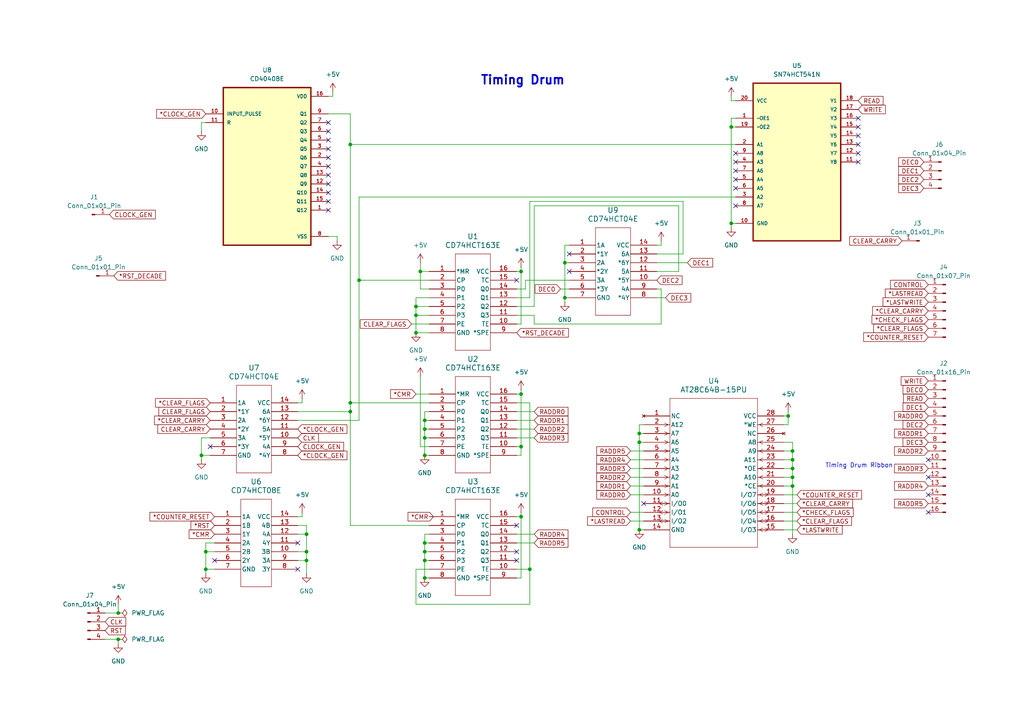
<source format=kicad_sch>
(kicad_sch (version 20231120) (generator "eeschema") (generator_version "8.0")
  (paper "A4")
  (lib_symbols
    (symbol "0_timing-drum:AT28C64B-15PU" (pin_names (offset 0.254))
      (property "Reference" "U" (at 20.32 10.16 0))
      (property "Value" "AT28C64B-15PU" (at 20.32 7.62 0))
      (symbol "AT28C64B-15PU_1_1"
        (pin no_connect line (at 0 0 0) (length 7.62) (name "NC") (number "1"))
        (pin input line (at 0 -22.86 0) (length 7.62) (name "A0") (number "10"))
        (pin bidirectional line (at 0 -25.4 0) (length 7.62) (name "I/O0") (number "11"))
        (pin bidirectional line (at 0 -27.94 0) (length 7.62) (name "I/O1") (number "12"))
        (pin bidirectional line (at 0 -30.48 0) (length 7.62) (name "I/O2") (number "13"))
        (pin power_in line (at 0 -33.02 0) (length 7.62) (name "GND") (number "14"))
        (pin bidirectional line (at 40.64 -33.02 180) (length 7.62) (name "I/O3") (number "15"))
        (pin bidirectional line (at 40.64 -30.48 180) (length 7.62) (name "I/O4") (number "16"))
        (pin bidirectional line (at 40.64 -27.94 180) (length 7.62) (name "I/O5") (number "17"))
        (pin bidirectional line (at 40.64 -25.4 180) (length 7.62) (name "I/O6") (number "18"))
        (pin bidirectional line (at 40.64 -22.86 180) (length 7.62) (name "I/O7") (number "19"))
        (pin input line (at 0 -2.54 0) (length 7.62) (name "A12") (number "2"))
        (pin input line (at 40.64 -20.32 180) (length 7.62) (name "*CE") (number "20"))
        (pin input line (at 40.64 -17.78 180) (length 7.62) (name "A10") (number "21"))
        (pin input line (at 40.64 -15.24 180) (length 7.62) (name "*OE") (number "22"))
        (pin input line (at 40.64 -12.7 180) (length 7.62) (name "A11") (number "23"))
        (pin input line (at 40.64 -10.16 180) (length 7.62) (name "A9") (number "24"))
        (pin input line (at 40.64 -7.62 180) (length 7.62) (name "A8") (number "25"))
        (pin no_connect line (at 40.64 -5.08 180) (length 7.62) (name "NC") (number "26"))
        (pin input line (at 40.64 -2.54 180) (length 7.62) (name "*WE") (number "27"))
        (pin power_in line (at 40.64 0 180) (length 7.62) (name "VCC") (number "28"))
        (pin input line (at 0 -5.08 0) (length 7.62) (name "A7") (number "3"))
        (pin input line (at 0 -7.62 0) (length 7.62) (name "A6") (number "4"))
        (pin input line (at 0 -10.16 0) (length 7.62) (name "A5") (number "5"))
        (pin input line (at 0 -12.7 0) (length 7.62) (name "A4") (number "6"))
        (pin input line (at 0 -15.24 0) (length 7.62) (name "A3") (number "7"))
        (pin input line (at 0 -17.78 0) (length 7.62) (name "A2") (number "8"))
        (pin input line (at 0 -20.32 0) (length 7.62) (name "A1") (number "9"))
      )
    )
    (symbol "0_timing-drum:CD4040BE" (pin_names (offset 1.016))
      (property "Reference" "U" (at -12.7 23.86 0))
      (property "Value" "CD4040BE" (at -12.7 -26.86 0))
      (symbol "CD4040BE_0_0"
        (pin output line (at 17.78 -12.7 180) (length 5.08) (name "Q12") (number "1"))
        (pin input line (at -17.78 15.24 0) (length 5.08) (name "INPUT_PULSE") (number "10"))
        (pin input line (at -17.78 12.7 0) (length 5.08) (name "R") (number "11"))
        (pin output line (at 17.78 -5.08 180) (length 5.08) (name "Q9") (number "12"))
        (pin output line (at 17.78 -2.54 180) (length 5.08) (name "Q8") (number "13"))
        (pin output line (at 17.78 -7.62 180) (length 5.08) (name "Q10") (number "14"))
        (pin output line (at 17.78 -10.16 180) (length 5.08) (name "Q11") (number "15"))
        (pin power_in line (at 17.78 20.32 180) (length 5.08) (name "VDD") (number "16"))
        (pin output line (at 17.78 2.54 180) (length 5.08) (name "Q6") (number "2"))
        (pin output line (at 17.78 5.08 180) (length 5.08) (name "Q5") (number "3"))
        (pin output line (at 17.78 0 180) (length 5.08) (name "Q7") (number "4"))
        (pin output line (at 17.78 7.62 180) (length 5.08) (name "Q4") (number "5"))
        (pin output line (at 17.78 10.16 180) (length 5.08) (name "Q3") (number "6"))
        (pin output line (at 17.78 12.7 180) (length 5.08) (name "Q2") (number "7"))
        (pin power_in line (at 17.78 -20.32 180) (length 5.08) (name "VSS") (number "8"))
        (pin output line (at 17.78 15.24 180) (length 5.08) (name "Q1") (number "9"))
      )
    )
    (symbol "0_timing-drum:CD74HCT04E" (pin_names (offset 0.254))
      (property "Reference" "U" (at 27.94 10.16 0))
      (property "Value" "CD74HCT04E" (at 27.94 7.62 0))
      (symbol "CD74HCT04E_0_1"
        (pin input line (at 15.24 0 0) (length 7.62) (name "1A") (number "1"))
        (pin output line (at 40.64 -10.16 180) (length 7.62) (name "*5Y") (number "10"))
        (pin input line (at 40.64 -7.62 180) (length 7.62) (name "5A") (number "11"))
        (pin output line (at 40.64 -5.08 180) (length 7.62) (name "*6Y") (number "12"))
        (pin input line (at 40.64 -2.54 180) (length 7.62) (name "6A") (number "13"))
        (pin power_in line (at 40.64 0 180) (length 7.62) (name "VCC") (number "14"))
        (pin output line (at 15.24 -2.54 0) (length 7.62) (name "*1Y") (number "2"))
        (pin input line (at 15.24 -5.08 0) (length 7.62) (name "2A") (number "3"))
        (pin output line (at 15.24 -7.62 0) (length 7.62) (name "*2Y") (number "4"))
        (pin input line (at 15.24 -10.16 0) (length 7.62) (name "3A") (number "5"))
        (pin output line (at 15.24 -12.7 0) (length 7.62) (name "*3Y") (number "6"))
        (pin power_in line (at 15.24 -15.24 0) (length 7.62) (name "GND") (number "7"))
        (pin output line (at 40.64 -15.24 180) (length 7.62) (name "*4Y") (number "8"))
        (pin input line (at 40.64 -12.7 180) (length 7.62) (name "4A") (number "9"))
      )
    )
    (symbol "0_timing-drum:CD74HCT08E" (pin_names (offset 0.254))
      (property "Reference" "U" (at 27.94 10.16 0))
      (property "Value" "CD74HCT08E" (at 27.94 7.62 0))
      (symbol "CD74HCT08E_0_1"
        (pin input line (at 13.97 0 0) (length 7.62) (name "1A") (number "1"))
        (pin input line (at 38.1 -10.16 180) (length 7.62) (name "3B") (number "10"))
        (pin output line (at 38.1 -7.62 180) (length 7.62) (name "4Y") (number "11"))
        (pin input line (at 38.1 -5.08 180) (length 7.62) (name "4A") (number "12"))
        (pin input line (at 38.1 -2.54 180) (length 7.62) (name "4B") (number "13"))
        (pin power_in line (at 38.1 0 180) (length 7.62) (name "VCC") (number "14"))
        (pin input line (at 13.97 -2.54 0) (length 7.62) (name "1B") (number "2"))
        (pin output line (at 13.97 -5.08 0) (length 7.62) (name "1Y") (number "3"))
        (pin input line (at 13.97 -7.62 0) (length 7.62) (name "2A") (number "4"))
        (pin input line (at 13.97 -10.16 0) (length 7.62) (name "2B") (number "5"))
        (pin output line (at 13.97 -12.7 0) (length 7.62) (name "2Y") (number "6"))
        (pin power_in line (at 13.97 -15.24 0) (length 7.62) (name "GND") (number "7"))
        (pin output line (at 38.1 -15.24 180) (length 7.62) (name "3Y") (number "8"))
        (pin input line (at 38.1 -12.7 180) (length 7.62) (name "3A") (number "9"))
      )
    )
    (symbol "0_timing-drum:CD74HCT163E" (pin_names (offset 0.254))
      (property "Reference" "U" (at 27.94 10.16 0))
      (property "Value" "CD74HCT163E" (at 27.94 7.62 0))
      (symbol "CD74HCT163E_0_1"
        (pin input line (at 15.24 0 0) (length 7.62) (name "*MR") (number "1"))
        (pin input line (at 40.64 -15.24 180) (length 7.62) (name "TE") (number "10"))
        (pin output line (at 40.64 -12.7 180) (length 7.62) (name "Q3") (number "11"))
        (pin output line (at 40.64 -10.16 180) (length 7.62) (name "Q2") (number "12"))
        (pin output line (at 40.64 -7.62 180) (length 7.62) (name "Q1") (number "13"))
        (pin output line (at 40.64 -5.08 180) (length 7.62) (name "Q0") (number "14"))
        (pin input line (at 40.64 -2.54 180) (length 7.62) (name "TC") (number "15"))
        (pin power_in line (at 40.64 0 180) (length 7.62) (name "VCC") (number "16"))
        (pin input line (at 15.24 -2.54 0) (length 7.62) (name "CP") (number "2"))
        (pin input line (at 15.24 -5.08 0) (length 7.62) (name "P0") (number "3"))
        (pin input line (at 15.24 -7.62 0) (length 7.62) (name "P1") (number "4"))
        (pin input line (at 15.24 -10.16 0) (length 7.62) (name "P2") (number "5"))
        (pin input line (at 15.24 -12.7 0) (length 7.62) (name "P3") (number "6"))
        (pin input line (at 15.24 -15.24 0) (length 7.62) (name "PE") (number "7"))
        (pin power_in line (at 15.24 -17.78 0) (length 7.62) (name "GND") (number "8"))
        (pin input line (at 40.64 -17.78 180) (length 7.62) (name "*SPE") (number "9"))
      )
    )
    (symbol "0_timing-drum:SN74HCT541N" (pin_names (offset 1.016))
      (property "Reference" "U" (at -4.9784 22.5044 0))
      (property "Value" "SN74HCT541N" (at -5.8166 -28.0924 0))
      (symbol "SN74HCT541N_0_0"
        (pin input line (at -17.78 10.16 0) (length 5.08) (name "~OE1") (number "1"))
        (pin passive line (at -17.78 -20.32 0) (length 5.08) (name "GND") (number "10"))
        (pin output line (at 17.78 -2.54 180) (length 5.08) (name "Y8") (number "11"))
        (pin output line (at 17.78 0 180) (length 5.08) (name "Y7") (number "12"))
        (pin output line (at 17.78 2.54 180) (length 5.08) (name "Y6") (number "13"))
        (pin output line (at 17.78 5.08 180) (length 5.08) (name "Y5") (number "14"))
        (pin output line (at 17.78 7.62 180) (length 5.08) (name "Y4") (number "15"))
        (pin output line (at 17.78 10.16 180) (length 5.08) (name "Y3") (number "16"))
        (pin output line (at 17.78 12.7 180) (length 5.08) (name "Y2") (number "17"))
        (pin output line (at 17.78 15.24 180) (length 5.08) (name "Y1") (number "18"))
        (pin input line (at -17.78 7.62 0) (length 5.08) (name "~OE2") (number "19"))
        (pin input line (at -17.78 2.54 0) (length 5.08) (name "A1") (number "2"))
        (pin power_in line (at -17.78 15.24 0) (length 5.08) (name "VCC") (number "20"))
        (pin input line (at -17.78 -12.7 0) (length 5.08) (name "A2") (number "3"))
        (pin input line (at -17.78 -2.54 0) (length 5.08) (name "A3") (number "4"))
        (pin input line (at -17.78 -7.62 0) (length 5.08) (name "A4") (number "5"))
        (pin input line (at -17.78 -10.16 0) (length 5.08) (name "A5") (number "6"))
        (pin input line (at -17.78 -5.08 0) (length 5.08) (name "A6") (number "7"))
        (pin input line (at -17.78 -15.24 0) (length 5.08) (name "A7") (number "8"))
        (pin input line (at -17.78 0 0) (length 5.08) (name "A8") (number "9"))
      )
    )
    (symbol "Connector:Conn_01x01_Pin" (pin_names (offset 1.016) hide)
      (property "Reference" "J" (at 0 2.54 0))
      (property "Value" "Conn_01x01_Pin" (at 0 -2.54 0))
      (symbol "Conn_01x01_Pin_1_1"
        (pin passive line (at 5.08 0 180) (length 3.81) (name "Pin_1") (number "1"))
      )
    )
    (symbol "Connector:Conn_01x04_Pin" (pin_names (offset 1.016) hide)
      (property "Reference" "J" (at 0 5.08 0))
      (property "Value" "Conn_01x04_Pin" (at 0 -7.62 0))
      (symbol "Conn_01x04_Pin_1_1"
        (pin passive line (at 5.08 2.54 180) (length 3.81) (name "Pin_1") (number "1"))
        (pin passive line (at 5.08 0 180) (length 3.81) (name "Pin_2") (number "2"))
        (pin passive line (at 5.08 -2.54 180) (length 3.81) (name "Pin_3") (number "3"))
        (pin passive line (at 5.08 -5.08 180) (length 3.81) (name "Pin_4") (number "4"))
      )
    )
    (symbol "Connector:Conn_01x07_Pin" (pin_names (offset 1.016) hide)
      (property "Reference" "J" (at 0 10.16 0))
      (property "Value" "Conn_01x07_Pin" (at 0 -10.16 0))
      (symbol "Conn_01x07_Pin_1_1"
        (pin passive line (at 5.08 7.62 180) (length 3.81) (name "Pin_1") (number "1"))
        (pin passive line (at 5.08 5.08 180) (length 3.81) (name "Pin_2") (number "2"))
        (pin passive line (at 5.08 2.54 180) (length 3.81) (name "Pin_3") (number "3"))
        (pin passive line (at 5.08 0 180) (length 3.81) (name "Pin_4") (number "4"))
        (pin passive line (at 5.08 -2.54 180) (length 3.81) (name "Pin_5") (number "5"))
        (pin passive line (at 5.08 -5.08 180) (length 3.81) (name "Pin_6") (number "6"))
        (pin passive line (at 5.08 -7.62 180) (length 3.81) (name "Pin_7") (number "7"))
      )
    )
    (symbol "Connector:Conn_01x16_Pin" (pin_names (offset 1.016) hide)
      (property "Reference" "J" (at 0 20.32 0))
      (property "Value" "Conn_01x16_Pin" (at 0 -22.86 0))
      (symbol "Conn_01x16_Pin_1_1"
        (pin passive line (at 5.08 17.78 180) (length 3.81) (name "Pin_1") (number "1"))
        (pin passive line (at 5.08 -5.08 180) (length 3.81) (name "Pin_10") (number "10"))
        (pin passive line (at 5.08 -7.62 180) (length 3.81) (name "Pin_11") (number "11"))
        (pin passive line (at 5.08 -10.16 180) (length 3.81) (name "Pin_12") (number "12"))
        (pin passive line (at 5.08 -12.7 180) (length 3.81) (name "Pin_13") (number "13"))
        (pin passive line (at 5.08 -15.24 180) (length 3.81) (name "Pin_14") (number "14"))
        (pin passive line (at 5.08 -17.78 180) (length 3.81) (name "Pin_15") (number "15"))
        (pin passive line (at 5.08 -20.32 180) (length 3.81) (name "Pin_16") (number "16"))
        (pin passive line (at 5.08 15.24 180) (length 3.81) (name "Pin_2") (number "2"))
        (pin passive line (at 5.08 12.7 180) (length 3.81) (name "Pin_3") (number "3"))
        (pin passive line (at 5.08 10.16 180) (length 3.81) (name "Pin_4") (number "4"))
        (pin passive line (at 5.08 7.62 180) (length 3.81) (name "Pin_5") (number "5"))
        (pin passive line (at 5.08 5.08 180) (length 3.81) (name "Pin_6") (number "6"))
        (pin passive line (at 5.08 2.54 180) (length 3.81) (name "Pin_7") (number "7"))
        (pin passive line (at 5.08 0 180) (length 3.81) (name "Pin_8") (number "8"))
        (pin passive line (at 5.08 -2.54 180) (length 3.81) (name "Pin_9") (number "9"))
      )
    )
    (symbol "power:+5V" (power) (pin_numbers hide) (pin_names (offset 0) hide)
      (property "Value" "+5V" (at 0 3.556 0))
      (symbol "+5V_1_1"
        (pin power_in line (at 0 0 90) (length 0) (name "~") (number "1"))
      )
    )
    (symbol "power:GND" (power) (pin_numbers hide) (pin_names (offset 0) hide)
      (property "Value" "GND" (at 0 -3.81 0))
      (symbol "GND_1_1"
        (pin power_in line (at 0 0 270) (length 0) (name "~") (number "1"))
      )
    )
    (symbol "power:PWR_FLAG" (power) (pin_numbers hide) (pin_names (offset 0) hide)
      (property "Value" "PWR_FLAG" (at 0 3.81 0))
      (symbol "PWR_FLAG_0_0"
        (pin power_out line (at 0 0 90) (length 0) (name "~") (number "1"))
      )
    )
  )
  (junction (at 212.09 64.77))
  (junction (at 123.19 121.92))
  (junction (at 88.9 160.02))
  (junction (at 123.19 167.64))
  (junction (at 163.83 76.2))
  (junction (at 120.65 96.52))
  (junction (at 88.9 154.94))
  (junction (at 120.65 88.9))
  (junction (at 123.19 157.48))
  (junction (at 120.65 91.44))
  (junction (at 101.6 116.84))
  (junction (at 123.19 127))
  (junction (at 153.67 165.1))
  (junction (at 59.69 160.02))
  (junction (at 151.13 78.74))
  (junction (at 58.42 132.08))
  (junction (at 101.6 119.38))
  (junction (at 151.13 114.3))
  (junction (at 123.19 160.02))
  (junction (at 163.83 86.36))
  (junction (at 229.87 138.43))
  (junction (at 59.69 165.1))
  (junction (at 123.19 132.08))
  (junction (at 34.29 185.42))
  (junction (at 88.9 162.56))
  (junction (at 123.19 124.46))
  (junction (at 104.14 81.28))
  (junction (at 228.6 120.65))
  (junction (at 101.6 41.91))
  (junction (at 151.13 129.54))
  (junction (at 185.42 125.73))
  (junction (at 34.29 177.8))
  (junction (at 229.87 133.35))
  (junction (at 229.87 140.97))
  (junction (at 121.92 78.74))
  (junction (at 185.42 128.27))
  (junction (at 212.09 36.83))
  (junction (at 229.87 130.81))
  (junction (at 151.13 149.86))
  (junction (at 123.19 162.56))
  (junction (at 229.87 135.89))
  (junction (at 185.42 153.67))
  (no_connect (at 248.92 34.29))
  (no_connect (at 86.36 157.48))
  (no_connect (at 269.24 133.35))
  (no_connect (at 149.86 162.56))
  (no_connect (at 248.92 36.83))
  (no_connect (at 269.24 143.51))
  (no_connect (at 95.25 55.88))
  (no_connect (at 95.25 53.34))
  (no_connect (at 248.92 39.37))
  (no_connect (at 165.1 73.66))
  (no_connect (at 165.1 78.74))
  (no_connect (at 95.25 48.26))
  (no_connect (at 95.25 60.96))
  (no_connect (at 95.25 35.56))
  (no_connect (at 149.86 160.02))
  (no_connect (at 213.36 46.99))
  (no_connect (at 248.92 44.45))
  (no_connect (at 213.36 54.61))
  (no_connect (at 248.92 41.91))
  (no_connect (at 95.25 40.64))
  (no_connect (at 95.25 45.72))
  (no_connect (at 269.24 148.59))
  (no_connect (at 95.25 58.42))
  (no_connect (at 149.86 81.28))
  (no_connect (at 269.24 138.43))
  (no_connect (at 62.23 162.56))
  (no_connect (at 186.69 146.05))
  (no_connect (at 213.36 44.45))
  (no_connect (at 60.96 129.54))
  (no_connect (at 149.86 152.4))
  (no_connect (at 95.25 50.8))
  (no_connect (at 95.25 43.18))
  (no_connect (at 248.92 46.99))
  (no_connect (at 213.36 49.53))
  (no_connect (at 213.36 59.69))
  (no_connect (at 95.25 38.1))
  (no_connect (at 213.36 52.07))
  (no_connect (at 86.36 165.1))
  (wire (pts (xy 30.48 177.8) (xy 34.29 177.8)))
  (wire (pts (xy 182.88 138.43) (xy 186.69 138.43)))
  (wire (pts (xy 151.13 114.3) (xy 151.13 113.03)))
  (wire (pts (xy 185.42 128.27) (xy 186.69 128.27)))
  (wire (pts (xy 229.87 128.27) (xy 229.87 130.81)))
  (wire (pts (xy 123.19 124.46) (xy 124.46 124.46)))
  (wire (pts (xy 227.33 133.35) (xy 229.87 133.35)))
  (wire (pts (xy 87.63 149.86) (xy 87.63 148.59)))
  (wire (pts (xy 149.86 132.08) (xy 151.13 132.08)))
  (wire (pts (xy 154.94 154.94) (xy 149.86 154.94)))
  (wire (pts (xy 163.83 87.63) (xy 163.83 86.36)))
  (wire (pts (xy 151.13 129.54) (xy 151.13 114.3)))
  (wire (pts (xy 124.46 83.82) (xy 121.92 83.82)))
  (wire (pts (xy 86.36 162.56) (xy 88.9 162.56)))
  (wire (pts (xy 120.65 88.9) (xy 120.65 91.44)))
  (wire (pts (xy 165.1 71.12) (xy 163.83 71.12)))
  (wire (pts (xy 199.39 76.2) (xy 190.5 76.2)))
  (wire (pts (xy 120.65 175.26) (xy 153.67 175.26)))
  (wire (pts (xy 30.48 185.42) (xy 34.29 185.42)))
  (wire (pts (xy 212.09 64.77) (xy 213.36 64.77)))
  (wire (pts (xy 212.09 64.77) (xy 212.09 66.04)))
  (wire (pts (xy 95.25 27.94) (xy 96.52 27.94)))
  (wire (pts (xy 101.6 33.02) (xy 101.6 41.91)))
  (wire (pts (xy 123.19 132.08) (xy 124.46 132.08)))
  (wire (pts (xy 88.9 154.94) (xy 88.9 160.02)))
  (wire (pts (xy 121.92 78.74) (xy 124.46 78.74)))
  (wire (pts (xy 149.86 93.98) (xy 151.13 93.98)))
  (wire (pts (xy 59.69 157.48) (xy 59.69 160.02)))
  (wire (pts (xy 182.88 148.59) (xy 186.69 148.59)))
  (wire (pts (xy 185.42 125.73) (xy 185.42 128.27)))
  (wire (pts (xy 151.13 167.64) (xy 151.13 149.86)))
  (wire (pts (xy 104.14 81.28) (xy 104.14 121.92)))
  (wire (pts (xy 123.19 154.94) (xy 123.19 157.48)))
  (wire (pts (xy 58.42 132.08) (xy 58.42 133.35)))
  (wire (pts (xy 154.94 59.69) (xy 196.85 59.69)))
  (wire (pts (xy 123.19 119.38) (xy 123.19 121.92)))
  (wire (pts (xy 186.69 123.19) (xy 185.42 123.19)))
  (wire (pts (xy 227.33 120.65) (xy 228.6 120.65)))
  (wire (pts (xy 120.65 96.52) (xy 124.46 96.52)))
  (wire (pts (xy 153.67 165.1) (xy 149.86 165.1)))
  (wire (pts (xy 59.69 165.1) (xy 59.69 166.37)))
  (wire (pts (xy 185.42 153.67) (xy 186.69 153.67)))
  (wire (pts (xy 123.19 121.92) (xy 123.19 124.46)))
  (wire (pts (xy 123.19 162.56) (xy 124.46 162.56)))
  (wire (pts (xy 151.13 78.74) (xy 151.13 77.47)))
  (wire (pts (xy 154.94 121.92) (xy 149.86 121.92)))
  (wire (pts (xy 123.19 167.64) (xy 124.46 167.64)))
  (wire (pts (xy 123.19 127) (xy 124.46 127)))
  (wire (pts (xy 149.86 78.74) (xy 151.13 78.74)))
  (wire (pts (xy 59.69 165.1) (xy 62.23 165.1)))
  (wire (pts (xy 123.19 127) (xy 123.19 132.08)))
  (wire (pts (xy 212.09 36.83) (xy 212.09 64.77)))
  (wire (pts (xy 198.12 58.42) (xy 198.12 73.66)))
  (wire (pts (xy 124.46 154.94) (xy 123.19 154.94)))
  (wire (pts (xy 124.46 119.38) (xy 123.19 119.38)))
  (wire (pts (xy 58.42 35.56) (xy 58.42 38.1)))
  (wire (pts (xy 149.86 86.36) (xy 153.67 86.36)))
  (wire (pts (xy 149.86 114.3) (xy 151.13 114.3)))
  (wire (pts (xy 227.33 135.89) (xy 229.87 135.89)))
  (wire (pts (xy 95.25 33.02) (xy 101.6 33.02)))
  (wire (pts (xy 86.36 160.02) (xy 88.9 160.02)))
  (wire (pts (xy 58.42 127) (xy 58.42 132.08)))
  (wire (pts (xy 123.19 121.92) (xy 124.46 121.92)))
  (wire (pts (xy 119.38 93.98) (xy 124.46 93.98)))
  (wire (pts (xy 120.65 88.9) (xy 124.46 88.9)))
  (wire (pts (xy 193.04 86.36) (xy 190.5 86.36)))
  (wire (pts (xy 62.23 157.48) (xy 59.69 157.48)))
  (wire (pts (xy 96.52 27.94) (xy 96.52 26.67)))
  (wire (pts (xy 104.14 81.28) (xy 124.46 81.28)))
  (wire (pts (xy 231.14 143.51) (xy 227.33 143.51)))
  (wire (pts (xy 190.5 71.12) (xy 191.77 71.12)))
  (wire (pts (xy 182.88 151.13) (xy 186.69 151.13)))
  (wire (pts (xy 149.86 167.64) (xy 151.13 167.64)))
  (wire (pts (xy 104.14 57.15) (xy 213.36 57.15)))
  (wire (pts (xy 191.77 93.98) (xy 191.77 83.82)))
  (wire (pts (xy 88.9 162.56) (xy 88.9 166.37)))
  (wire (pts (xy 101.6 152.4) (xy 124.46 152.4)))
  (wire (pts (xy 154.94 88.9) (xy 154.94 59.69)))
  (wire (pts (xy 149.86 149.86) (xy 151.13 149.86)))
  (wire (pts (xy 60.96 127) (xy 58.42 127)))
  (wire (pts (xy 95.25 68.58) (xy 97.79 68.58)))
  (wire (pts (xy 59.69 160.02) (xy 62.23 160.02)))
  (wire (pts (xy 231.14 153.67) (xy 227.33 153.67)))
  (wire (pts (xy 229.87 140.97) (xy 229.87 154.94)))
  (wire (pts (xy 101.6 116.84) (xy 101.6 119.38)))
  (wire (pts (xy 213.36 29.21) (xy 212.09 29.21)))
  (wire (pts (xy 101.6 41.91) (xy 101.6 116.84)))
  (wire (pts (xy 228.6 123.19) (xy 228.6 120.65)))
  (wire (pts (xy 121.92 76.2) (xy 121.92 78.74)))
  (wire (pts (xy 88.9 152.4) (xy 88.9 154.94)))
  (wire (pts (xy 123.19 157.48) (xy 123.19 160.02)))
  (wire (pts (xy 120.65 91.44) (xy 124.46 91.44)))
  (wire (pts (xy 86.36 154.94) (xy 88.9 154.94)))
  (wire (pts (xy 165.1 83.82) (xy 162.56 83.82)))
  (wire (pts (xy 182.88 135.89) (xy 186.69 135.89)))
  (wire (pts (xy 149.86 83.82) (xy 152.4 83.82)))
  (wire (pts (xy 101.6 119.38) (xy 86.36 119.38)))
  (wire (pts (xy 123.19 160.02) (xy 123.19 162.56)))
  (wire (pts (xy 152.4 81.28) (xy 165.1 81.28)))
  (wire (pts (xy 185.42 125.73) (xy 186.69 125.73)))
  (wire (pts (xy 154.94 127) (xy 149.86 127)))
  (wire (pts (xy 152.4 83.82) (xy 152.4 81.28)))
  (wire (pts (xy 154.94 157.48) (xy 149.86 157.48)))
  (wire (pts (xy 120.65 114.3) (xy 124.46 114.3)))
  (wire (pts (xy 125.73 149.86) (xy 124.46 149.86)))
  (wire (pts (xy 104.14 57.15) (xy 104.14 81.28)))
  (wire (pts (xy 123.19 124.46) (xy 123.19 127)))
  (wire (pts (xy 151.13 132.08) (xy 151.13 129.54)))
  (wire (pts (xy 182.88 133.35) (xy 186.69 133.35)))
  (wire (pts (xy 120.65 91.44) (xy 120.65 96.52)))
  (wire (pts (xy 231.14 146.05) (xy 227.33 146.05)))
  (wire (pts (xy 229.87 135.89) (xy 229.87 138.43)))
  (wire (pts (xy 86.36 116.84) (xy 87.63 116.84)))
  (wire (pts (xy 88.9 160.02) (xy 88.9 162.56)))
  (wire (pts (xy 34.29 175.26) (xy 34.29 177.8)))
  (wire (pts (xy 227.33 123.19) (xy 228.6 123.19)))
  (wire (pts (xy 227.33 128.27) (xy 229.87 128.27)))
  (wire (pts (xy 154.94 93.98) (xy 191.77 93.98)))
  (wire (pts (xy 163.83 76.2) (xy 163.83 86.36)))
  (wire (pts (xy 149.86 116.84) (xy 153.67 116.84)))
  (wire (pts (xy 227.33 138.43) (xy 229.87 138.43)))
  (wire (pts (xy 153.67 175.26) (xy 153.67 165.1)))
  (wire (pts (xy 151.13 149.86) (xy 151.13 148.59)))
  (wire (pts (xy 86.36 149.86) (xy 87.63 149.86)))
  (wire (pts (xy 123.19 157.48) (xy 124.46 157.48)))
  (wire (pts (xy 86.36 152.4) (xy 88.9 152.4)))
  (wire (pts (xy 212.09 34.29) (xy 212.09 36.83)))
  (wire (pts (xy 153.67 86.36) (xy 153.67 58.42)))
  (wire (pts (xy 104.14 121.92) (xy 86.36 121.92)))
  (wire (pts (xy 182.88 143.51) (xy 186.69 143.51)))
  (wire (pts (xy 120.65 86.36) (xy 120.65 88.9)))
  (wire (pts (xy 59.69 160.02) (xy 59.69 165.1)))
  (wire (pts (xy 101.6 152.4) (xy 101.6 119.38)))
  (wire (pts (xy 124.46 129.54) (xy 121.92 129.54)))
  (wire (pts (xy 196.85 59.69) (xy 196.85 78.74)))
  (wire (pts (xy 185.42 123.19) (xy 185.42 125.73)))
  (wire (pts (xy 121.92 109.22) (xy 121.92 129.54)))
  (wire (pts (xy 229.87 133.35) (xy 229.87 135.89)))
  (wire (pts (xy 227.33 130.81) (xy 229.87 130.81)))
  (wire (pts (xy 196.85 78.74) (xy 190.5 78.74)))
  (wire (pts (xy 153.67 116.84) (xy 153.67 165.1)))
  (wire (pts (xy 123.19 162.56) (xy 123.19 167.64)))
  (wire (pts (xy 229.87 138.43) (xy 229.87 140.97)))
  (wire (pts (xy 149.86 129.54) (xy 151.13 129.54)))
  (wire (pts (xy 124.46 165.1) (xy 120.65 165.1)))
  (wire (pts (xy 228.6 120.65) (xy 228.6 119.38)))
  (wire (pts (xy 212.09 36.83) (xy 213.36 36.83)))
  (wire (pts (xy 182.88 130.81) (xy 186.69 130.81)))
  (wire (pts (xy 34.29 186.69) (xy 34.29 185.42)))
  (wire (pts (xy 59.69 35.56) (xy 58.42 35.56)))
  (wire (pts (xy 198.12 73.66) (xy 190.5 73.66)))
  (wire (pts (xy 149.86 88.9) (xy 154.94 88.9)))
  (wire (pts (xy 154.94 93.98) (xy 154.94 91.44)))
  (wire (pts (xy 151.13 93.98) (xy 151.13 78.74)))
  (wire (pts (xy 229.87 130.81) (xy 229.87 133.35)))
  (wire (pts (xy 154.94 91.44) (xy 149.86 91.44)))
  (wire (pts (xy 123.19 160.02) (xy 124.46 160.02)))
  (wire (pts (xy 163.83 71.12) (xy 163.83 76.2)))
  (wire (pts (xy 154.94 124.46) (xy 149.86 124.46)))
  (wire (pts (xy 101.6 116.84) (xy 124.46 116.84)))
  (wire (pts (xy 121.92 78.74) (xy 121.92 83.82)))
  (wire (pts (xy 191.77 83.82) (xy 190.5 83.82)))
  (wire (pts (xy 231.14 151.13) (xy 227.33 151.13)))
  (wire (pts (xy 87.63 116.84) (xy 87.63 115.57)))
  (wire (pts (xy 153.67 58.42) (xy 198.12 58.42)))
  (wire (pts (xy 154.94 119.38) (xy 149.86 119.38)))
  (wire (pts (xy 182.88 140.97) (xy 186.69 140.97)))
  (wire (pts (xy 60.96 132.08) (xy 58.42 132.08)))
  (wire (pts (xy 191.77 71.12) (xy 191.77 69.85)))
  (wire (pts (xy 213.36 34.29) (xy 212.09 34.29)))
  (wire (pts (xy 163.83 86.36) (xy 165.1 86.36)))
  (wire (pts (xy 227.33 140.97) (xy 229.87 140.97)))
  (wire (pts (xy 163.83 76.2) (xy 165.1 76.2)))
  (wire (pts (xy 101.6 41.91) (xy 213.36 41.91)))
  (wire (pts (xy 120.65 165.1) (xy 120.65 175.26)))
  (wire (pts (xy 231.14 148.59) (xy 227.33 148.59)))
  (wire (pts (xy 185.42 128.27) (xy 185.42 153.67)))
  (wire (pts (xy 124.46 86.36) (xy 120.65 86.36)))
  (wire (pts (xy 212.09 29.21) (xy 212.09 27.94)))
  (wire (pts (xy 97.79 69.85) (xy 97.79 68.58)))
  (text "Timing Drum" (at 151.638 23.368 0) (effects (font (size 2.54 2.54) (thickness 0.508) (bold yes))))
  (text "Timing Drum Ribbon" (at 249.174 135.128 0) (effects (font (size 1.27 1.27))))
  (global_label "DEC3" (shape input) (at 267.97 54.61 180) (property "Intersheetrefs" "${INTERSHEET_REFS}" (effects (hide yes))))
  (global_label "*CMR" (shape input) (at 125.73 149.86 180) (property "Intersheetrefs" "${INTERSHEET_REFS}" (effects (hide yes))))
  (global_label "*CMR" (shape input) (at 62.23 154.94 180) (property "Intersheetrefs" "${INTERSHEET_REFS}" (effects (hide yes))))
  (global_label "RADDR1" (shape input) (at 182.88 140.97 180) (property "Intersheetrefs" "${INTERSHEET_REFS}" (effects (hide yes))))
  (global_label "CLEAR_FLAGS" (shape input) (at 60.96 119.38 180) (property "Intersheetrefs" "${INTERSHEET_REFS}" (effects (hide yes))))
  (global_label "RADDR3" (shape input) (at 154.94 127 0) (property "Intersheetrefs" "${INTERSHEET_REFS}" (effects (hide yes))))
  (global_label "DEC3" (shape input) (at 193.04 86.36 0) (property "Intersheetrefs" "${INTERSHEET_REFS}" (effects (hide yes))))
  (global_label "*CLEAR_CARRY" (shape input) (at 231.14 146.05 0) (property "Intersheetrefs" "${INTERSHEET_REFS}" (effects (hide yes))))
  (global_label "*CLEAR_FLAGS" (shape input) (at 231.14 151.13 0) (property "Intersheetrefs" "${INTERSHEET_REFS}" (effects (hide yes))))
  (global_label "*LASTWRITE" (shape input) (at 269.24 87.63 180) (property "Intersheetrefs" "${INTERSHEET_REFS}" (effects (hide yes))))
  (global_label "*CLEAR_FLAGS" (shape input) (at 269.24 95.25 180) (property "Intersheetrefs" "${INTERSHEET_REFS}" (effects (hide yes))))
  (global_label "CLEAR_CARRY" (shape input) (at 60.96 124.46 180) (property "Intersheetrefs" "${INTERSHEET_REFS}" (effects (hide yes))))
  (global_label "*COUNTER_RESET" (shape input) (at 269.24 97.79 180) (property "Intersheetrefs" "${INTERSHEET_REFS}" (effects (hide yes))))
  (global_label "RADDR4" (shape input) (at 154.94 154.94 0) (property "Intersheetrefs" "${INTERSHEET_REFS}" (effects (hide yes))))
  (global_label "RADDR0" (shape input) (at 269.24 120.65 180) (property "Intersheetrefs" "${INTERSHEET_REFS}" (effects (hide yes))))
  (global_label "RADDR0" (shape input) (at 154.94 119.38 0) (property "Intersheetrefs" "${INTERSHEET_REFS}" (effects (hide yes))))
  (global_label "*CMR" (shape input) (at 120.65 114.3 180) (property "Intersheetrefs" "${INTERSHEET_REFS}" (effects (hide yes))))
  (global_label "RADDR4" (shape input) (at 182.88 133.35 180) (property "Intersheetrefs" "${INTERSHEET_REFS}" (effects (hide yes))))
  (global_label "RST" (shape input) (at 30.48 182.88 0) (property "Intersheetrefs" "${INTERSHEET_REFS}" (effects (hide yes))))
  (global_label "RADDR5" (shape input) (at 182.88 130.81 180) (property "Intersheetrefs" "${INTERSHEET_REFS}" (effects (hide yes))))
  (global_label "READ" (shape input) (at 248.92 29.21 0) (property "Intersheetrefs" "${INTERSHEET_REFS}" (effects (hide yes))))
  (global_label "DEC2" (shape input) (at 269.24 123.19 180) (property "Intersheetrefs" "${INTERSHEET_REFS}" (effects (hide yes))))
  (global_label "*CHECK_FLAGS" (shape input) (at 231.14 148.59 0) (property "Intersheetrefs" "${INTERSHEET_REFS}" (effects (hide yes))))
  (global_label "DEC0" (shape input) (at 162.56 83.82 180) (property "Intersheetrefs" "${INTERSHEET_REFS}" (effects (hide yes))))
  (global_label "DEC1" (shape input) (at 199.39 76.2 0) (property "Intersheetrefs" "${INTERSHEET_REFS}" (effects (hide yes))))
  (global_label "WRITE" (shape input) (at 248.92 31.75 0) (property "Intersheetrefs" "${INTERSHEET_REFS}" (effects (hide yes))))
  (global_label "*CLOCK_GEN" (shape input) (at 86.36 132.08 0) (property "Intersheetrefs" "${INTERSHEET_REFS}" (effects (hide yes))))
  (global_label "*LASTREAD" (shape input) (at 269.24 85.09 180) (property "Intersheetrefs" "${INTERSHEET_REFS}" (effects (hide yes))))
  (global_label "RADDR3" (shape input) (at 269.24 135.89 180) (property "Intersheetrefs" "${INTERSHEET_REFS}" (effects (hide yes))))
  (global_label "*COUNTER_RESET" (shape input) (at 231.14 143.51 0) (property "Intersheetrefs" "${INTERSHEET_REFS}" (effects (hide yes))))
  (global_label "*RST_DECADE" (shape input) (at 149.86 96.52 0) (property "Intersheetrefs" "${INTERSHEET_REFS}" (effects (hide yes))))
  (global_label "*CHECK_FLAGS" (shape input) (at 269.24 92.71 180) (property "Intersheetrefs" "${INTERSHEET_REFS}" (effects (hide yes))))
  (global_label "RADDR4" (shape input) (at 269.24 140.97 180) (property "Intersheetrefs" "${INTERSHEET_REFS}" (effects (hide yes))))
  (global_label "CLK" (shape input) (at 86.36 127 0) (property "Intersheetrefs" "${INTERSHEET_REFS}" (effects (hide yes))))
  (global_label "*CLOCK_GEN" (shape input) (at 59.69 33.02 180) (property "Intersheetrefs" "${INTERSHEET_REFS}" (effects (hide yes))))
  (global_label "CLEAR_CARRY" (shape input) (at 261.62 69.85 180) (property "Intersheetrefs" "${INTERSHEET_REFS}" (effects (hide yes))))
  (global_label "RADDR2" (shape input) (at 182.88 138.43 180) (property "Intersheetrefs" "${INTERSHEET_REFS}" (effects (hide yes))))
  (global_label "CONTROL" (shape input) (at 269.24 82.55 180) (property "Intersheetrefs" "${INTERSHEET_REFS}" (effects (hide yes))))
  (global_label "DEC0" (shape input) (at 267.97 46.99 180) (property "Intersheetrefs" "${INTERSHEET_REFS}" (effects (hide yes))))
  (global_label "DEC3" (shape input) (at 269.24 128.27 180) (property "Intersheetrefs" "${INTERSHEET_REFS}" (effects (hide yes))))
  (global_label "*LASTREAD" (shape input) (at 182.88 151.13 180) (property "Intersheetrefs" "${INTERSHEET_REFS}" (effects (hide yes))))
  (global_label "*CLEAR_FLAGS" (shape input) (at 60.96 116.84 180) (property "Intersheetrefs" "${INTERSHEET_REFS}" (effects (hide yes))))
  (global_label "DEC0" (shape input) (at 269.24 113.03 180) (property "Intersheetrefs" "${INTERSHEET_REFS}" (effects (hide yes))))
  (global_label "*RST" (shape input) (at 62.23 152.4 180) (property "Intersheetrefs" "${INTERSHEET_REFS}" (effects (hide yes))))
  (global_label "CONTROL" (shape input) (at 182.88 148.59 180) (property "Intersheetrefs" "${INTERSHEET_REFS}" (effects (hide yes))))
  (global_label "RADDR3" (shape input) (at 182.88 135.89 180) (property "Intersheetrefs" "${INTERSHEET_REFS}" (effects (hide yes))))
  (global_label "RADDR2" (shape input) (at 154.94 124.46 0) (property "Intersheetrefs" "${INTERSHEET_REFS}" (effects (hide yes))))
  (global_label "CLOCK_GEN" (shape input) (at 86.36 129.54 0) (property "Intersheetrefs" "${INTERSHEET_REFS}" (effects (hide yes))))
  (global_label "RADDR2" (shape input) (at 269.24 130.81 180) (property "Intersheetrefs" "${INTERSHEET_REFS}" (effects (hide yes))))
  (global_label "DEC2" (shape input) (at 190.5 81.28 0) (property "Intersheetrefs" "${INTERSHEET_REFS}" (effects (hide yes))))
  (global_label "DEC2" (shape input) (at 267.97 52.07 180) (property "Intersheetrefs" "${INTERSHEET_REFS}" (effects (hide yes))))
  (global_label "DEC1" (shape input) (at 267.97 49.53 180) (property "Intersheetrefs" "${INTERSHEET_REFS}" (effects (hide yes))))
  (global_label "*RST_DECADE" (shape input) (at 33.02 80.01 0) (property "Intersheetrefs" "${INTERSHEET_REFS}" (effects (hide yes))))
  (global_label "WRITE" (shape input) (at 269.24 110.49 180) (property "Intersheetrefs" "${INTERSHEET_REFS}" (effects (hide yes))))
  (global_label "*CLOCK_GEN" (shape input) (at 86.36 124.46 0) (property "Intersheetrefs" "${INTERSHEET_REFS}" (effects (hide yes))))
  (global_label "CLOCK_GEN" (shape input) (at 31.75 62.23 0) (property "Intersheetrefs" "${INTERSHEET_REFS}" (effects (hide yes))))
  (global_label "READ" (shape input) (at 269.24 115.57 180) (property "Intersheetrefs" "${INTERSHEET_REFS}" (effects (hide yes))))
  (global_label "DEC1" (shape input) (at 269.24 118.11 180) (property "Intersheetrefs" "${INTERSHEET_REFS}" (effects (hide yes))))
  (global_label "*CLEAR_CARRY" (shape input) (at 269.24 90.17 180) (property "Intersheetrefs" "${INTERSHEET_REFS}" (effects (hide yes))))
  (global_label "*CLEAR_CARRY" (shape input) (at 60.96 121.92 180) (property "Intersheetrefs" "${INTERSHEET_REFS}" (effects (hide yes))))
  (global_label "RADDR5" (shape input) (at 269.24 146.05 180) (property "Intersheetrefs" "${INTERSHEET_REFS}" (effects (hide yes))))
  (global_label "RADDR1" (shape input) (at 269.24 125.73 180) (property "Intersheetrefs" "${INTERSHEET_REFS}" (effects (hide yes))))
  (global_label "RADDR0" (shape input) (at 182.88 143.51 180) (property "Intersheetrefs" "${INTERSHEET_REFS}" (effects (hide yes))))
  (global_label "*COUNTER_RESET" (shape input) (at 62.23 149.86 180) (property "Intersheetrefs" "${INTERSHEET_REFS}" (effects (hide yes))))
  (global_label "CLEAR_FLAGS" (shape input) (at 119.38 93.98 180) (property "Intersheetrefs" "${INTERSHEET_REFS}" (effects (hide yes))))
  (global_label "*LASTWRITE" (shape input) (at 231.14 153.67 0) (property "Intersheetrefs" "${INTERSHEET_REFS}" (effects (hide yes))))
  (global_label "CLK" (shape input) (at 30.48 180.34 0) (property "Intersheetrefs" "${INTERSHEET_REFS}" (effects (hide yes))))
  (global_label "RADDR1" (shape input) (at 154.94 121.92 0) (property "Intersheetrefs" "${INTERSHEET_REFS}" (effects (hide yes))))
  (global_label "RADDR5" (shape input) (at 154.94 157.48 0) (property "Intersheetrefs" "${INTERSHEET_REFS}" (effects (hide yes))))
  (symbol (lib_id "power:GND") (at 229.87 154.94 0) (unit 1)
    (property "Reference" "#PWR015" (effects (hide yes)))
    (property "Value" "GND" (at 229.87 160.02 0))
    (property "Description" "Power symbol creates a global label with name \"GND\" , ground" (effects (hide yes)))
  )
  (symbol (lib_id "0_timing-drum:CD74HCT04E") (at 149.86 71.12 0) (unit 1)
    (property "Reference" "U9" (at 177.8 60.96 0) (effects (font (size 1.524 1.524))))
    (property "Value" "CD74HCT04E" (at 177.8 63.5 0) (effects (font (size 1.524 1.524))))
    (property "Footprint" "N14" (effects (hide yes)))
    (property "Datasheet" "CD74HCT04E" (effects (hide yes)))
  )
  (symbol (lib_id "power:+5V") (at 151.13 148.59 0) (unit 1)
    (property "Reference" "#PWR011" (effects (hide yes)))
    (property "Value" "+5V" (at 151.13 143.51 0))
    (property "Description" "Power symbol creates a global label with name \"+5V\"" (effects (hide yes)))
  )
  (symbol (lib_id "power:GND") (at 185.42 153.67 0) (unit 1)
    (property "Reference" "#PWR014" (effects (hide yes)))
    (property "Value" "GND" (at 185.42 158.75 0))
    (property "Description" "Power symbol creates a global label with name \"GND\" , ground" (effects (hide yes)))
  )
  (symbol (lib_id "power:+5V") (at 121.92 76.2 0) (unit 1)
    (property "Reference" "#PWR021" (effects (hide yes)))
    (property "Value" "+5V" (at 121.92 71.12 0))
    (property "Description" "Power symbol creates a global label with name \"+5V\"" (effects (hide yes)))
  )
  (symbol (lib_id "0_timing-drum:SN74HCT541N") (at 231.14 44.45 0) (unit 1)
    (property "Reference" "U5" (at 231.14 19.05 0))
    (property "Value" "SN74HCT541N" (at 231.14 21.59 0))
    (property "Footprint" "SN74HCT541N:DIP254P762X508-20" (effects (hide yes)))
    (property "MPN" "SN74HCT541N" (effects (hide yes)))
    (property "OC_FARNELL" "9592067" (effects (hide yes)))
    (property "OC_NEWARK" "60K6814" (effects (hide yes)))
    (property "SUPPLIER" "Texas Instruments" (effects (hide yes)))
    (property "PACKAGE" "20-DIP" (effects (hide yes)))
  )
  (symbol (lib_id "Connector:Conn_01x01_Pin") (at 27.94 80.01 0) (unit 1)
    (property "Reference" "J5" (at 28.575 74.93 0))
    (property "Value" "Conn_01x01_Pin" (at 28.575 77.47 0))
    (property "Description" "Generic connector, single row, 01x01, script generated" (effects (hide yes)))
  )
  (symbol (lib_id "power:+5V") (at 151.13 77.47 0) (unit 1)
    (property "Reference" "#PWR06" (effects (hide yes)))
    (property "Value" "+5V" (at 151.13 72.39 0))
    (property "Description" "Power symbol creates a global label with name \"+5V\"" (effects (hide yes)))
  )
  (symbol (lib_id "0_timing-drum:AT28C64B-15PU") (at 186.69 120.65 0) (unit 1)
    (property "Reference" "U4" (at 207.01 110.49 0) (effects (font (size 1.524 1.524))))
    (property "Value" "AT28C64B-15PU" (at 207.01 113.03 0) (effects (font (size 1.524 1.524))))
    (property "Footprint" "28P6_ATM" (effects (hide yes)))
    (property "Datasheet" "AT28C64B-15PU" (effects (hide yes)))
  )
  (symbol (lib_id "power:GND") (at 88.9 166.37 0) (unit 1)
    (property "Reference" "#PWR017" (effects (hide yes)))
    (property "Value" "GND" (at 88.9 171.45 0))
    (property "Description" "Power symbol creates a global label with name \"GND\" , ground" (effects (hide yes)))
  )
  (symbol (lib_id "power:GND") (at 163.83 87.63 0) (unit 1)
    (property "Reference" "#PWR022" (effects (hide yes)))
    (property "Value" "GND" (at 163.83 92.71 0))
    (property "Description" "Power symbol creates a global label with name \"GND\" , ground" (effects (hide yes)))
  )
  (symbol (lib_id "Connector:Conn_01x04_Pin") (at 273.05 49.53 0) (mirror y) (unit 1)
    (property "Reference" "J6" (at 272.415 41.91 0))
    (property "Value" "Conn_01x04_Pin" (at 272.415 44.45 0))
    (property "Description" "Generic connector, single row, 01x04, script generated" (effects (hide yes)))
  )
  (symbol (lib_id "Connector:Conn_01x01_Pin") (at 266.7 69.85 0) (mirror y) (unit 1)
    (property "Reference" "J3" (at 266.065 64.77 0))
    (property "Value" "Conn_01x01_Pin" (at 266.065 67.31 0))
    (property "Description" "Generic connector, single row, 01x01, script generated" (effects (hide yes)))
  )
  (symbol (lib_id "power:GND") (at 34.29 186.69 0) (unit 1)
    (property "Reference" "#PWR025" (effects (hide yes)))
    (property "Value" "GND" (at 34.29 191.77 0))
    (property "Description" "Power symbol creates a global label with name \"GND\" , ground" (effects (hide yes)))
  )
  (symbol (lib_id "power:GND") (at 58.42 38.1 0) (unit 1)
    (property "Reference" "#PWR01" (effects (hide yes)))
    (property "Value" "GND" (at 58.42 43.18 0))
    (property "Description" "Power symbol creates a global label with name \"GND\" , ground" (effects (hide yes)))
  )
  (symbol (lib_id "Connector:Conn_01x16_Pin") (at 274.32 128.27 0) (mirror y) (unit 1)
    (property "Reference" "J2" (at 273.685 105.41 0))
    (property "Value" "Conn_01x16_Pin" (at 273.685 107.95 0))
    (property "Description" "Generic connector, single row, 01x16, script generated" (effects (hide yes)))
  )
  (symbol (lib_id "power:GND") (at 97.79 69.85 0) (unit 1)
    (property "Reference" "#PWR02" (effects (hide yes)))
    (property "Value" "GND" (at 97.79 74.93 0))
    (property "Description" "Power symbol creates a global label with name \"GND\" , ground" (effects (hide yes)))
  )
  (symbol (lib_id "power:+5V") (at 87.63 148.59 0) (unit 1)
    (property "Reference" "#PWR012" (effects (hide yes)))
    (property "Value" "+5V" (at 87.63 143.51 0))
    (property "Description" "Power symbol creates a global label with name \"+5V\"" (effects (hide yes)))
  )
  (symbol (lib_id "power:PWR_FLAG") (at 34.29 177.8 270) (mirror x) (unit 1)
    (property "Reference" "#FLG01" (effects (hide yes)))
    (property "Value" "PWR_FLAG" (at 38.1 177.7999 90) (effects (justify left)))
    (property "Description" "Special symbol for telling ERC where power comes from" (effects (hide yes)))
  )
  (symbol (lib_id "power:+5V") (at 34.29 175.26 0) (unit 1)
    (property "Reference" "#PWR024" (effects (hide yes)))
    (property "Value" "+5V" (at 34.29 170.18 0))
    (property "Description" "Power symbol creates a global label with name \"+5V\"" (effects (hide yes)))
  )
  (symbol (lib_id "power:GND") (at 59.69 166.37 0) (unit 1)
    (property "Reference" "#PWR016" (effects (hide yes)))
    (property "Value" "GND" (at 59.69 171.45 0))
    (property "Description" "Power symbol creates a global label with name \"GND\" , ground" (effects (hide yes)))
  )
  (symbol (lib_id "Connector:Conn_01x07_Pin") (at 274.32 90.17 0) (mirror y) (unit 1)
    (property "Reference" "J4" (at 273.685 77.47 0))
    (property "Value" "Conn_01x07_Pin" (at 273.685 80.01 0))
    (property "Description" "Generic connector, single row, 01x07, script generated" (effects (hide yes)))
  )
  (symbol (lib_id "Connector:Conn_01x04_Pin") (at 25.4 180.34 0) (unit 1)
    (property "Reference" "J7" (at 26.035 172.72 0))
    (property "Value" "Conn_01x04_Pin" (at 26.035 175.26 0))
    (property "Footprint" "Connector_PinHeader_2.54mm:PinHeader_1x04_P2.54mm_Vertical" (effects (hide yes)))
    (property "Description" "Generic connector, single row, 01x04, script generated" (effects (hide yes)))
    (property "Part No" "C2691448" (effects (hide yes)))
    (property "Link" "https://www.lcsc.com/product-detail/Pin-Headers_XFCN-PZ254V-11-04P_C2691448.html" (effects (hide yes)))
    (property "LCSC" "C2691448" (effects (hide yes)))
  )
  (symbol (lib_id "power:+5V") (at 228.6 119.38 0) (unit 1)
    (property "Reference" "#PWR010" (effects (hide yes)))
    (property "Value" "+5V" (at 228.6 114.3 0))
    (property "Description" "Power symbol creates a global label with name \"+5V\"" (effects (hide yes)))
  )
  (symbol (lib_id "0_timing-drum:CD74HCT163E") (at 109.22 149.86 0) (unit 1)
    (property "Reference" "U3" (at 137.16 139.7 0) (effects (font (size 1.524 1.524))))
    (property "Value" "CD74HCT163E" (at 137.16 142.24 0) (effects (font (size 1.524 1.524))))
    (property "Footprint" "N16" (effects (hide yes)))
    (property "Datasheet" "CD74HCT163E" (effects (hide yes)))
  )
  (symbol (lib_id "0_timing-drum:CD74HCT04E") (at 45.72 116.84 0) (unit 1)
    (property "Reference" "U7" (at 73.66 106.68 0) (effects (font (size 1.524 1.524))))
    (property "Value" "CD74HCT04E" (at 73.66 109.22 0) (effects (font (size 1.524 1.524))))
    (property "Footprint" "N14" (effects (hide yes)))
    (property "Datasheet" "CD74HCT04E" (effects (hide yes)))
  )
  (symbol (lib_id "power:+5V") (at 151.13 113.03 0) (unit 1)
    (property "Reference" "#PWR09" (effects (hide yes)))
    (property "Value" "+5V" (at 151.13 107.95 0))
    (property "Description" "Power symbol creates a global label with name \"+5V\"" (effects (hide yes)))
  )
  (symbol (lib_id "power:GND") (at 123.19 132.08 0) (unit 1)
    (property "Reference" "#PWR03" (effects (hide yes)))
    (property "Value" "GND" (at 123.19 137.16 0))
    (property "Description" "Power symbol creates a global label with name \"GND\" , ground" (effects (hide yes)))
  )
  (symbol (lib_id "0_timing-drum:CD4040BE") (at 77.47 48.26 0) (unit 1)
    (property "Reference" "U8" (at 77.47 20.32 0))
    (property "Value" "CD4040BE" (at 77.47 22.86 0))
    (property "Footprint" "CD4040BE:DIP794W45P254L1969H508Q16" (effects (hide yes)))
  )
  (symbol (lib_id "power:GND") (at 58.42 133.35 0) (unit 1)
    (property "Reference" "#PWR018" (effects (hide yes)))
    (property "Value" "GND" (at 58.42 138.43 0))
    (property "Description" "Power symbol creates a global label with name \"GND\" , ground" (effects (hide yes)))
  )
  (symbol (lib_id "power:+5V") (at 191.77 69.85 0) (unit 1)
    (property "Reference" "#PWR023" (effects (hide yes)))
    (property "Value" "+5V" (at 191.77 64.77 0))
    (property "Description" "Power symbol creates a global label with name \"+5V\"" (effects (hide yes)))
  )
  (symbol (lib_id "power:+5V") (at 212.09 27.94 0) (mirror y) (unit 1)
    (property "Reference" "#PWR07" (effects (hide yes)))
    (property "Value" "+5V" (at 212.09 22.86 0))
    (property "Description" "Power symbol creates a global label with name \"+5V\"" (effects (hide yes)))
  )
  (symbol (lib_id "0_timing-drum:CD74HCT163E") (at 109.22 114.3 0) (unit 1)
    (property "Reference" "U2" (at 137.16 104.14 0) (effects (font (size 1.524 1.524))))
    (property "Value" "CD74HCT163E" (at 137.16 106.68 0) (effects (font (size 1.524 1.524))))
    (property "Footprint" "N16" (effects (hide yes)))
    (property "Datasheet" "CD74HCT163E" (effects (hide yes)))
  )
  (symbol (lib_id "0_timing-drum:CD74HCT08E") (at 48.26 149.86 0) (unit 1)
    (property "Reference" "U6" (at 74.295 139.7 0) (effects (font (size 1.524 1.524))))
    (property "Value" "CD74HCT08E" (at 74.295 142.24 0) (effects (font (size 1.524 1.524))))
    (property "Footprint" "N14" (effects (hide yes)))
    (property "Datasheet" "CD74HCT08E" (effects (hide yes)))
  )
  (symbol (lib_id "power:+5V") (at 87.63 115.57 0) (unit 1)
    (property "Reference" "#PWR08" (effects (hide yes)))
    (property "Value" "+5V" (at 87.63 110.49 0))
    (property "Description" "Power symbol creates a global label with name \"+5V\"" (effects (hide yes)))
  )
  (symbol (lib_id "power:GND") (at 123.19 167.64 0) (unit 1)
    (property "Reference" "#PWR04" (effects (hide yes)))
    (property "Value" "GND" (at 123.19 172.72 0))
    (property "Description" "Power symbol creates a global label with name \"GND\" , ground" (effects (hide yes)))
  )
  (symbol (lib_id "Connector:Conn_01x01_Pin") (at 26.67 62.23 0) (unit 1)
    (property "Reference" "J1" (at 27.305 57.15 0))
    (property "Value" "Conn_01x01_Pin" (at 27.305 59.69 0))
    (property "Description" "Generic connector, single row, 01x01, script generated" (effects (hide yes)))
  )
  (symbol (lib_id "0_timing-drum:CD74HCT163E") (at 109.22 78.74 0) (unit 1)
    (property "Reference" "U1" (at 137.16 68.58 0) (effects (font (size 1.524 1.524))))
    (property "Value" "CD74HCT163E" (at 137.16 71.12 0) (effects (font (size 1.524 1.524))))
    (property "Footprint" "N16" (effects (hide yes)))
    (property "Datasheet" "CD74HCT163E" (effects (hide yes)))
  )
  (symbol (lib_id "power:GND") (at 212.09 66.04 0) (unit 1)
    (property "Reference" "#PWR019" (effects (hide yes)))
    (property "Value" "GND" (at 212.09 71.12 0))
    (property "Description" "Power symbol creates a global label with name \"GND\" , ground" (effects (hide yes)))
  )
  (symbol (lib_id "power:GND") (at 120.65 96.52 0) (unit 1)
    (property "Reference" "#PWR020" (effects (hide yes)))
    (property "Value" "GND" (at 120.65 101.6 0))
    (property "Description" "Power symbol creates a global label with name \"GND\" , ground" (effects (hide yes)))
  )
  (symbol (lib_id "power:+5V") (at 121.92 109.22 0) (unit 1)
    (property "Reference" "#PWR013" (effects (hide yes)))
    (property "Value" "+5V" (at 121.92 104.14 0))
    (property "Description" "Power symbol creates a global label with name \"+5V\"" (effects (hide yes)))
  )
  (symbol (lib_id "power:PWR_FLAG") (at 34.29 185.42 270) (unit 1)
    (property "Reference" "#FLG02" (effects (hide yes)))
    (property "Value" "PWR_FLAG" (at 38.1 185.4201 90) (effects (justify left)))
    (property "Description" "Special symbol for telling ERC where power comes from" (effects (hide yes)))
  )
  (symbol (lib_id "power:+5V") (at 96.52 26.67 0) (unit 1)
    (property "Reference" "#PWR05" (effects (hide yes)))
    (property "Value" "+5V" (at 96.52 21.59 0))
    (property "Description" "Power symbol creates a global label with name \"+5V\"" (effects (hide yes)))
  )
)
</source>
